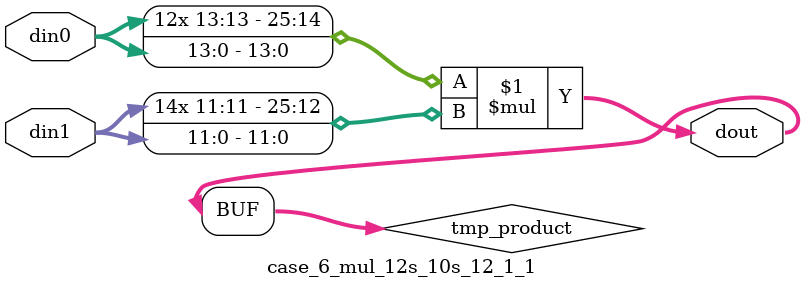
<source format=v>

`timescale 1 ns / 1 ps

 module case_6_mul_12s_10s_12_1_1(din0, din1, dout);
parameter ID = 1;
parameter NUM_STAGE = 0;
parameter din0_WIDTH = 14;
parameter din1_WIDTH = 12;
parameter dout_WIDTH = 26;

input [din0_WIDTH - 1 : 0] din0; 
input [din1_WIDTH - 1 : 0] din1; 
output [dout_WIDTH - 1 : 0] dout;

wire signed [dout_WIDTH - 1 : 0] tmp_product;



























assign tmp_product = $signed(din0) * $signed(din1);








assign dout = tmp_product;





















endmodule

</source>
